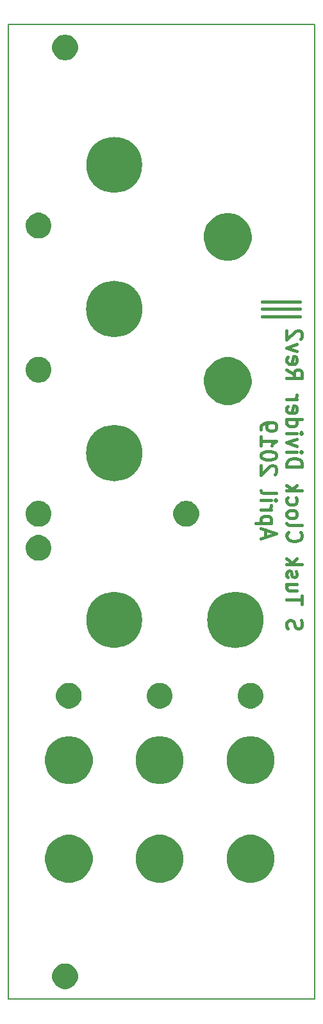
<source format=gbr>
%TF.GenerationSoftware,KiCad,Pcbnew,(5.0.1)-3*%
%TF.CreationDate,2019-04-27T14:44:02+01:00*%
%TF.ProjectId,Fractional clock divider panel,4672616374696F6E616C20636C6F636B,rev?*%
%TF.SameCoordinates,Original*%
%TF.FileFunction,Soldermask,Bot*%
%TF.FilePolarity,Negative*%
%FSLAX46Y46*%
G04 Gerber Fmt 4.6, Leading zero omitted, Abs format (unit mm)*
G04 Created by KiCad (PCBNEW (5.0.1)-3) date 27/04/2019 14:44:02*
%MOMM*%
%LPD*%
G01*
G04 APERTURE LIST*
%ADD10C,0.150000*%
%ADD11C,0.400000*%
%ADD12C,0.100000*%
G04 APERTURE END LIST*
D10*
X51640055Y-94500000D02*
G75*
G03X51640055Y-94500000I-3640055J0D01*
G01*
X35605551Y-94500000D02*
G75*
G03X35605551Y-94500000I-3605551J0D01*
G01*
X35640055Y-72500000D02*
G75*
G03X35640055Y-72500000I-3640055J0D01*
G01*
X35640055Y-53500000D02*
G75*
G03X35640055Y-53500000I-3640055J0D01*
G01*
X35605551Y-34500000D02*
G75*
G03X35605551Y-34500000I-3605551J0D01*
G01*
D11*
X56500000Y-52500000D02*
X51500000Y-52500000D01*
X56500000Y-53500000D02*
X51500000Y-53500000D01*
X56500000Y-54500000D02*
X51500000Y-54500000D01*
X54890476Y-95666666D02*
X54795238Y-95380952D01*
X54795238Y-94904761D01*
X54890476Y-94714285D01*
X54985714Y-94619047D01*
X55176190Y-94523809D01*
X55366666Y-94523809D01*
X55557142Y-94619047D01*
X55652380Y-94714285D01*
X55747619Y-94904761D01*
X55842857Y-95285714D01*
X55938095Y-95476190D01*
X56033333Y-95571428D01*
X56223809Y-95666666D01*
X56414285Y-95666666D01*
X56604761Y-95571428D01*
X56700000Y-95476190D01*
X56795238Y-95285714D01*
X56795238Y-94809523D01*
X56700000Y-94523809D01*
X56795238Y-92428571D02*
X56795238Y-91285714D01*
X54795238Y-91857142D02*
X56795238Y-91857142D01*
X56128571Y-89761904D02*
X54795238Y-89761904D01*
X56128571Y-90619047D02*
X55080952Y-90619047D01*
X54890476Y-90523809D01*
X54795238Y-90333333D01*
X54795238Y-90047619D01*
X54890476Y-89857142D01*
X54985714Y-89761904D01*
X54890476Y-88904761D02*
X54795238Y-88714285D01*
X54795238Y-88333333D01*
X54890476Y-88142857D01*
X55080952Y-88047619D01*
X55176190Y-88047619D01*
X55366666Y-88142857D01*
X55461904Y-88333333D01*
X55461904Y-88619047D01*
X55557142Y-88809523D01*
X55747619Y-88904761D01*
X55842857Y-88904761D01*
X56033333Y-88809523D01*
X56128571Y-88619047D01*
X56128571Y-88333333D01*
X56033333Y-88142857D01*
X54795238Y-87190476D02*
X56795238Y-87190476D01*
X55557142Y-87000000D02*
X54795238Y-86428571D01*
X56128571Y-86428571D02*
X55366666Y-87190476D01*
X54985714Y-82904761D02*
X54890476Y-83000000D01*
X54795238Y-83285714D01*
X54795238Y-83476190D01*
X54890476Y-83761904D01*
X55080952Y-83952380D01*
X55271428Y-84047619D01*
X55652380Y-84142857D01*
X55938095Y-84142857D01*
X56319047Y-84047619D01*
X56509523Y-83952380D01*
X56700000Y-83761904D01*
X56795238Y-83476190D01*
X56795238Y-83285714D01*
X56700000Y-83000000D01*
X56604761Y-82904761D01*
X54795238Y-81761904D02*
X54890476Y-81952380D01*
X55080952Y-82047619D01*
X56795238Y-82047619D01*
X54795238Y-80714285D02*
X54890476Y-80904761D01*
X54985714Y-81000000D01*
X55176190Y-81095238D01*
X55747619Y-81095238D01*
X55938095Y-81000000D01*
X56033333Y-80904761D01*
X56128571Y-80714285D01*
X56128571Y-80428571D01*
X56033333Y-80238095D01*
X55938095Y-80142857D01*
X55747619Y-80047619D01*
X55176190Y-80047619D01*
X54985714Y-80142857D01*
X54890476Y-80238095D01*
X54795238Y-80428571D01*
X54795238Y-80714285D01*
X54890476Y-78333333D02*
X54795238Y-78523809D01*
X54795238Y-78904761D01*
X54890476Y-79095238D01*
X54985714Y-79190476D01*
X55176190Y-79285714D01*
X55747619Y-79285714D01*
X55938095Y-79190476D01*
X56033333Y-79095238D01*
X56128571Y-78904761D01*
X56128571Y-78523809D01*
X56033333Y-78333333D01*
X54795238Y-77476190D02*
X56795238Y-77476190D01*
X55557142Y-77285714D02*
X54795238Y-76714285D01*
X56128571Y-76714285D02*
X55366666Y-77476190D01*
X54795238Y-74333333D02*
X56795238Y-74333333D01*
X56795238Y-73857142D01*
X56700000Y-73571428D01*
X56509523Y-73380952D01*
X56319047Y-73285714D01*
X55938095Y-73190476D01*
X55652380Y-73190476D01*
X55271428Y-73285714D01*
X55080952Y-73380952D01*
X54890476Y-73571428D01*
X54795238Y-73857142D01*
X54795238Y-74333333D01*
X54795238Y-72333333D02*
X56128571Y-72333333D01*
X56795238Y-72333333D02*
X56700000Y-72428571D01*
X56604761Y-72333333D01*
X56700000Y-72238095D01*
X56795238Y-72333333D01*
X56604761Y-72333333D01*
X56128571Y-71571428D02*
X54795238Y-71095238D01*
X56128571Y-70619047D01*
X54795238Y-69857142D02*
X56128571Y-69857142D01*
X56795238Y-69857142D02*
X56700000Y-69952380D01*
X56604761Y-69857142D01*
X56700000Y-69761904D01*
X56795238Y-69857142D01*
X56604761Y-69857142D01*
X54795238Y-68047619D02*
X56795238Y-68047619D01*
X54890476Y-68047619D02*
X54795238Y-68238095D01*
X54795238Y-68619047D01*
X54890476Y-68809523D01*
X54985714Y-68904761D01*
X55176190Y-69000000D01*
X55747619Y-69000000D01*
X55938095Y-68904761D01*
X56033333Y-68809523D01*
X56128571Y-68619047D01*
X56128571Y-68238095D01*
X56033333Y-68047619D01*
X54890476Y-66333333D02*
X54795238Y-66523809D01*
X54795238Y-66904761D01*
X54890476Y-67095238D01*
X55080952Y-67190476D01*
X55842857Y-67190476D01*
X56033333Y-67095238D01*
X56128571Y-66904761D01*
X56128571Y-66523809D01*
X56033333Y-66333333D01*
X55842857Y-66238095D01*
X55652380Y-66238095D01*
X55461904Y-67190476D01*
X54795238Y-65380952D02*
X56128571Y-65380952D01*
X55747619Y-65380952D02*
X55938095Y-65285714D01*
X56033333Y-65190476D01*
X56128571Y-65000000D01*
X56128571Y-64809523D01*
X54795238Y-61476190D02*
X55747619Y-62142857D01*
X54795238Y-62619047D02*
X56795238Y-62619047D01*
X56795238Y-61857142D01*
X56700000Y-61666666D01*
X56604761Y-61571428D01*
X56414285Y-61476190D01*
X56128571Y-61476190D01*
X55938095Y-61571428D01*
X55842857Y-61666666D01*
X55747619Y-61857142D01*
X55747619Y-62619047D01*
X54890476Y-59857142D02*
X54795238Y-60047619D01*
X54795238Y-60428571D01*
X54890476Y-60619047D01*
X55080952Y-60714285D01*
X55842857Y-60714285D01*
X56033333Y-60619047D01*
X56128571Y-60428571D01*
X56128571Y-60047619D01*
X56033333Y-59857142D01*
X55842857Y-59761904D01*
X55652380Y-59761904D01*
X55461904Y-60714285D01*
X56128571Y-59095238D02*
X54795238Y-58619047D01*
X56128571Y-58142857D01*
X56604761Y-57476190D02*
X56700000Y-57380952D01*
X56795238Y-57190476D01*
X56795238Y-56714285D01*
X56700000Y-56523809D01*
X56604761Y-56428571D01*
X56414285Y-56333333D01*
X56223809Y-56333333D01*
X55938095Y-56428571D01*
X54795238Y-57571428D01*
X54795238Y-56333333D01*
X51966666Y-83571428D02*
X51966666Y-82619047D01*
X51395238Y-83761904D02*
X53395238Y-83095238D01*
X51395238Y-82428571D01*
X52728571Y-81761904D02*
X50728571Y-81761904D01*
X52633333Y-81761904D02*
X52728571Y-81571428D01*
X52728571Y-81190476D01*
X52633333Y-81000000D01*
X52538095Y-80904761D01*
X52347619Y-80809523D01*
X51776190Y-80809523D01*
X51585714Y-80904761D01*
X51490476Y-81000000D01*
X51395238Y-81190476D01*
X51395238Y-81571428D01*
X51490476Y-81761904D01*
X51395238Y-79952380D02*
X52728571Y-79952380D01*
X52347619Y-79952380D02*
X52538095Y-79857142D01*
X52633333Y-79761904D01*
X52728571Y-79571428D01*
X52728571Y-79380952D01*
X51395238Y-78714285D02*
X52728571Y-78714285D01*
X53395238Y-78714285D02*
X53300000Y-78809523D01*
X53204761Y-78714285D01*
X53300000Y-78619047D01*
X53395238Y-78714285D01*
X53204761Y-78714285D01*
X51395238Y-77476190D02*
X51490476Y-77666666D01*
X51680952Y-77761904D01*
X53395238Y-77761904D01*
X53204761Y-75285714D02*
X53300000Y-75190476D01*
X53395238Y-75000000D01*
X53395238Y-74523809D01*
X53300000Y-74333333D01*
X53204761Y-74238095D01*
X53014285Y-74142857D01*
X52823809Y-74142857D01*
X52538095Y-74238095D01*
X51395238Y-75380952D01*
X51395238Y-74142857D01*
X53395238Y-72904761D02*
X53395238Y-72714285D01*
X53300000Y-72523809D01*
X53204761Y-72428571D01*
X53014285Y-72333333D01*
X52633333Y-72238095D01*
X52157142Y-72238095D01*
X51776190Y-72333333D01*
X51585714Y-72428571D01*
X51490476Y-72523809D01*
X51395238Y-72714285D01*
X51395238Y-72904761D01*
X51490476Y-73095238D01*
X51585714Y-73190476D01*
X51776190Y-73285714D01*
X52157142Y-73380952D01*
X52633333Y-73380952D01*
X53014285Y-73285714D01*
X53204761Y-73190476D01*
X53300000Y-73095238D01*
X53395238Y-72904761D01*
X51395238Y-70333333D02*
X51395238Y-71476190D01*
X51395238Y-70904761D02*
X53395238Y-70904761D01*
X53109523Y-71095238D01*
X52919047Y-71285714D01*
X52823809Y-71476190D01*
X51395238Y-69380952D02*
X51395238Y-69000000D01*
X51490476Y-68809523D01*
X51585714Y-68714285D01*
X51871428Y-68523809D01*
X52252380Y-68428571D01*
X53014285Y-68428571D01*
X53204761Y-68523809D01*
X53300000Y-68619047D01*
X53395238Y-68809523D01*
X53395238Y-69190476D01*
X53300000Y-69380952D01*
X53204761Y-69476190D01*
X53014285Y-69571428D01*
X52538095Y-69571428D01*
X52347619Y-69476190D01*
X52252380Y-69380952D01*
X52157142Y-69190476D01*
X52157142Y-68809523D01*
X52252380Y-68619047D01*
X52347619Y-68523809D01*
X52538095Y-68428571D01*
D10*
X18000000Y-144500000D02*
X18000000Y-16000000D01*
X58500000Y-144500000D02*
X18000000Y-144500000D01*
X18000000Y-16000000D02*
X58500000Y-16000000D01*
X58500000Y-16000000D02*
X58500000Y-144500000D01*
D12*
G36*
X25996160Y-139864368D02*
X25996162Y-139864369D01*
X25996163Y-139864369D01*
X26110514Y-139911735D01*
X26305726Y-139992594D01*
X26584327Y-140178749D01*
X26821251Y-140415673D01*
X27007406Y-140694274D01*
X27135632Y-141003840D01*
X27201000Y-141332465D01*
X27201000Y-141667535D01*
X27135632Y-141996160D01*
X27007406Y-142305726D01*
X26821251Y-142584327D01*
X26584327Y-142821251D01*
X26305726Y-143007406D01*
X26110514Y-143088265D01*
X25996163Y-143135631D01*
X25996162Y-143135631D01*
X25996160Y-143135632D01*
X25667535Y-143201000D01*
X25332465Y-143201000D01*
X25003840Y-143135632D01*
X25003838Y-143135631D01*
X25003837Y-143135631D01*
X24889486Y-143088265D01*
X24694274Y-143007406D01*
X24415673Y-142821251D01*
X24178749Y-142584327D01*
X23992594Y-142305726D01*
X23864368Y-141996160D01*
X23799000Y-141667535D01*
X23799000Y-141332465D01*
X23864368Y-141003840D01*
X23992594Y-140694274D01*
X24178749Y-140415673D01*
X24415673Y-140178749D01*
X24694274Y-139992594D01*
X24889486Y-139911735D01*
X25003837Y-139864369D01*
X25003838Y-139864369D01*
X25003840Y-139864368D01*
X25332465Y-139799000D01*
X25667535Y-139799000D01*
X25996160Y-139864368D01*
X25996160Y-139864368D01*
G37*
G36*
X50716191Y-122929727D02*
X50919113Y-122970091D01*
X51492558Y-123207620D01*
X52005165Y-123550134D01*
X52008648Y-123552461D01*
X52447539Y-123991352D01*
X52447541Y-123991355D01*
X52792380Y-124507442D01*
X53029909Y-125080887D01*
X53151000Y-125689654D01*
X53151000Y-126310346D01*
X53029909Y-126919113D01*
X52792380Y-127492558D01*
X52449866Y-128005165D01*
X52447539Y-128008648D01*
X52008648Y-128447539D01*
X52008645Y-128447541D01*
X51492558Y-128792380D01*
X50919113Y-129029909D01*
X50716191Y-129070273D01*
X50310348Y-129151000D01*
X49689652Y-129151000D01*
X49283809Y-129070273D01*
X49080887Y-129029909D01*
X48507442Y-128792380D01*
X47991355Y-128447541D01*
X47991352Y-128447539D01*
X47552461Y-128008648D01*
X47550134Y-128005165D01*
X47207620Y-127492558D01*
X46970091Y-126919113D01*
X46849000Y-126310346D01*
X46849000Y-125689654D01*
X46970091Y-125080887D01*
X47207620Y-124507442D01*
X47552459Y-123991355D01*
X47552461Y-123991352D01*
X47991352Y-123552461D01*
X47994835Y-123550134D01*
X48507442Y-123207620D01*
X49080887Y-122970091D01*
X49283809Y-122929727D01*
X49689652Y-122849000D01*
X50310348Y-122849000D01*
X50716191Y-122929727D01*
X50716191Y-122929727D01*
G37*
G36*
X38716191Y-122929727D02*
X38919113Y-122970091D01*
X39492558Y-123207620D01*
X40005165Y-123550134D01*
X40008648Y-123552461D01*
X40447539Y-123991352D01*
X40447541Y-123991355D01*
X40792380Y-124507442D01*
X41029909Y-125080887D01*
X41151000Y-125689654D01*
X41151000Y-126310346D01*
X41029909Y-126919113D01*
X40792380Y-127492558D01*
X40449866Y-128005165D01*
X40447539Y-128008648D01*
X40008648Y-128447539D01*
X40008645Y-128447541D01*
X39492558Y-128792380D01*
X38919113Y-129029909D01*
X38716191Y-129070273D01*
X38310348Y-129151000D01*
X37689652Y-129151000D01*
X37283809Y-129070273D01*
X37080887Y-129029909D01*
X36507442Y-128792380D01*
X35991355Y-128447541D01*
X35991352Y-128447539D01*
X35552461Y-128008648D01*
X35550134Y-128005165D01*
X35207620Y-127492558D01*
X34970091Y-126919113D01*
X34849000Y-126310346D01*
X34849000Y-125689654D01*
X34970091Y-125080887D01*
X35207620Y-124507442D01*
X35552459Y-123991355D01*
X35552461Y-123991352D01*
X35991352Y-123552461D01*
X35994835Y-123550134D01*
X36507442Y-123207620D01*
X37080887Y-122970091D01*
X37283809Y-122929727D01*
X37689652Y-122849000D01*
X38310348Y-122849000D01*
X38716191Y-122929727D01*
X38716191Y-122929727D01*
G37*
G36*
X26716191Y-122929727D02*
X26919113Y-122970091D01*
X27492558Y-123207620D01*
X28005165Y-123550134D01*
X28008648Y-123552461D01*
X28447539Y-123991352D01*
X28447541Y-123991355D01*
X28792380Y-124507442D01*
X29029909Y-125080887D01*
X29151000Y-125689654D01*
X29151000Y-126310346D01*
X29029909Y-126919113D01*
X28792380Y-127492558D01*
X28449866Y-128005165D01*
X28447539Y-128008648D01*
X28008648Y-128447539D01*
X28008645Y-128447541D01*
X27492558Y-128792380D01*
X26919113Y-129029909D01*
X26716191Y-129070273D01*
X26310348Y-129151000D01*
X25689652Y-129151000D01*
X25283809Y-129070273D01*
X25080887Y-129029909D01*
X24507442Y-128792380D01*
X23991355Y-128447541D01*
X23991352Y-128447539D01*
X23552461Y-128008648D01*
X23550134Y-128005165D01*
X23207620Y-127492558D01*
X22970091Y-126919113D01*
X22849000Y-126310346D01*
X22849000Y-125689654D01*
X22970091Y-125080887D01*
X23207620Y-124507442D01*
X23552459Y-123991355D01*
X23552461Y-123991352D01*
X23991352Y-123552461D01*
X23994835Y-123550134D01*
X24507442Y-123207620D01*
X25080887Y-122970091D01*
X25283809Y-122929727D01*
X25689652Y-122849000D01*
X26310348Y-122849000D01*
X26716191Y-122929727D01*
X26716191Y-122929727D01*
G37*
G36*
X38716191Y-109929727D02*
X38919113Y-109970091D01*
X39492558Y-110207620D01*
X40005165Y-110550134D01*
X40008648Y-110552461D01*
X40447539Y-110991352D01*
X40447541Y-110991355D01*
X40792380Y-111507442D01*
X41029909Y-112080887D01*
X41151000Y-112689654D01*
X41151000Y-113310346D01*
X41029909Y-113919113D01*
X40792380Y-114492558D01*
X40449866Y-115005165D01*
X40447539Y-115008648D01*
X40008648Y-115447539D01*
X40008645Y-115447541D01*
X39492558Y-115792380D01*
X38919113Y-116029909D01*
X38716191Y-116070273D01*
X38310348Y-116151000D01*
X37689652Y-116151000D01*
X37283809Y-116070273D01*
X37080887Y-116029909D01*
X36507442Y-115792380D01*
X35991355Y-115447541D01*
X35991352Y-115447539D01*
X35552461Y-115008648D01*
X35550134Y-115005165D01*
X35207620Y-114492558D01*
X34970091Y-113919113D01*
X34849000Y-113310346D01*
X34849000Y-112689654D01*
X34970091Y-112080887D01*
X35207620Y-111507442D01*
X35552459Y-110991355D01*
X35552461Y-110991352D01*
X35991352Y-110552461D01*
X35994835Y-110550134D01*
X36507442Y-110207620D01*
X37080887Y-109970091D01*
X37283809Y-109929727D01*
X37689652Y-109849000D01*
X38310348Y-109849000D01*
X38716191Y-109929727D01*
X38716191Y-109929727D01*
G37*
G36*
X50716191Y-109929727D02*
X50919113Y-109970091D01*
X51492558Y-110207620D01*
X52005165Y-110550134D01*
X52008648Y-110552461D01*
X52447539Y-110991352D01*
X52447541Y-110991355D01*
X52792380Y-111507442D01*
X53029909Y-112080887D01*
X53151000Y-112689654D01*
X53151000Y-113310346D01*
X53029909Y-113919113D01*
X52792380Y-114492558D01*
X52449866Y-115005165D01*
X52447539Y-115008648D01*
X52008648Y-115447539D01*
X52008645Y-115447541D01*
X51492558Y-115792380D01*
X50919113Y-116029909D01*
X50716191Y-116070273D01*
X50310348Y-116151000D01*
X49689652Y-116151000D01*
X49283809Y-116070273D01*
X49080887Y-116029909D01*
X48507442Y-115792380D01*
X47991355Y-115447541D01*
X47991352Y-115447539D01*
X47552461Y-115008648D01*
X47550134Y-115005165D01*
X47207620Y-114492558D01*
X46970091Y-113919113D01*
X46849000Y-113310346D01*
X46849000Y-112689654D01*
X46970091Y-112080887D01*
X47207620Y-111507442D01*
X47552459Y-110991355D01*
X47552461Y-110991352D01*
X47991352Y-110552461D01*
X47994835Y-110550134D01*
X48507442Y-110207620D01*
X49080887Y-109970091D01*
X49283809Y-109929727D01*
X49689652Y-109849000D01*
X50310348Y-109849000D01*
X50716191Y-109929727D01*
X50716191Y-109929727D01*
G37*
G36*
X26716191Y-109929727D02*
X26919113Y-109970091D01*
X27492558Y-110207620D01*
X28005165Y-110550134D01*
X28008648Y-110552461D01*
X28447539Y-110991352D01*
X28447541Y-110991355D01*
X28792380Y-111507442D01*
X29029909Y-112080887D01*
X29151000Y-112689654D01*
X29151000Y-113310346D01*
X29029909Y-113919113D01*
X28792380Y-114492558D01*
X28449866Y-115005165D01*
X28447539Y-115008648D01*
X28008648Y-115447539D01*
X28008645Y-115447541D01*
X27492558Y-115792380D01*
X26919113Y-116029909D01*
X26716191Y-116070273D01*
X26310348Y-116151000D01*
X25689652Y-116151000D01*
X25283809Y-116070273D01*
X25080887Y-116029909D01*
X24507442Y-115792380D01*
X23991355Y-115447541D01*
X23991352Y-115447539D01*
X23552461Y-115008648D01*
X23550134Y-115005165D01*
X23207620Y-114492558D01*
X22970091Y-113919113D01*
X22849000Y-113310346D01*
X22849000Y-112689654D01*
X22970091Y-112080887D01*
X23207620Y-111507442D01*
X23552459Y-110991355D01*
X23552461Y-110991352D01*
X23991352Y-110552461D01*
X23994835Y-110550134D01*
X24507442Y-110207620D01*
X25080887Y-109970091D01*
X25283809Y-109929727D01*
X25689652Y-109849000D01*
X26310348Y-109849000D01*
X26716191Y-109929727D01*
X26716191Y-109929727D01*
G37*
G36*
X50496160Y-102864368D02*
X50496162Y-102864369D01*
X50496163Y-102864369D01*
X50610514Y-102911735D01*
X50805726Y-102992594D01*
X51084327Y-103178749D01*
X51321251Y-103415673D01*
X51507406Y-103694274D01*
X51635632Y-104003840D01*
X51701000Y-104332465D01*
X51701000Y-104667535D01*
X51635632Y-104996160D01*
X51507406Y-105305726D01*
X51321251Y-105584327D01*
X51084327Y-105821251D01*
X50805726Y-106007406D01*
X50610514Y-106088265D01*
X50496163Y-106135631D01*
X50496162Y-106135631D01*
X50496160Y-106135632D01*
X50167535Y-106201000D01*
X49832465Y-106201000D01*
X49503840Y-106135632D01*
X49503838Y-106135631D01*
X49503837Y-106135631D01*
X49389486Y-106088265D01*
X49194274Y-106007406D01*
X48915673Y-105821251D01*
X48678749Y-105584327D01*
X48492594Y-105305726D01*
X48364368Y-104996160D01*
X48299000Y-104667535D01*
X48299000Y-104332465D01*
X48364368Y-104003840D01*
X48492594Y-103694274D01*
X48678749Y-103415673D01*
X48915673Y-103178749D01*
X49194274Y-102992594D01*
X49389486Y-102911735D01*
X49503837Y-102864369D01*
X49503838Y-102864369D01*
X49503840Y-102864368D01*
X49832465Y-102799000D01*
X50167535Y-102799000D01*
X50496160Y-102864368D01*
X50496160Y-102864368D01*
G37*
G36*
X26496160Y-102864368D02*
X26496162Y-102864369D01*
X26496163Y-102864369D01*
X26610514Y-102911735D01*
X26805726Y-102992594D01*
X27084327Y-103178749D01*
X27321251Y-103415673D01*
X27507406Y-103694274D01*
X27635632Y-104003840D01*
X27701000Y-104332465D01*
X27701000Y-104667535D01*
X27635632Y-104996160D01*
X27507406Y-105305726D01*
X27321251Y-105584327D01*
X27084327Y-105821251D01*
X26805726Y-106007406D01*
X26610514Y-106088265D01*
X26496163Y-106135631D01*
X26496162Y-106135631D01*
X26496160Y-106135632D01*
X26167535Y-106201000D01*
X25832465Y-106201000D01*
X25503840Y-106135632D01*
X25503838Y-106135631D01*
X25503837Y-106135631D01*
X25389486Y-106088265D01*
X25194274Y-106007406D01*
X24915673Y-105821251D01*
X24678749Y-105584327D01*
X24492594Y-105305726D01*
X24364368Y-104996160D01*
X24299000Y-104667535D01*
X24299000Y-104332465D01*
X24364368Y-104003840D01*
X24492594Y-103694274D01*
X24678749Y-103415673D01*
X24915673Y-103178749D01*
X25194274Y-102992594D01*
X25389486Y-102911735D01*
X25503837Y-102864369D01*
X25503838Y-102864369D01*
X25503840Y-102864368D01*
X25832465Y-102799000D01*
X26167535Y-102799000D01*
X26496160Y-102864368D01*
X26496160Y-102864368D01*
G37*
G36*
X38496160Y-102864368D02*
X38496162Y-102864369D01*
X38496163Y-102864369D01*
X38610514Y-102911735D01*
X38805726Y-102992594D01*
X39084327Y-103178749D01*
X39321251Y-103415673D01*
X39507406Y-103694274D01*
X39635632Y-104003840D01*
X39701000Y-104332465D01*
X39701000Y-104667535D01*
X39635632Y-104996160D01*
X39507406Y-105305726D01*
X39321251Y-105584327D01*
X39084327Y-105821251D01*
X38805726Y-106007406D01*
X38610514Y-106088265D01*
X38496163Y-106135631D01*
X38496162Y-106135631D01*
X38496160Y-106135632D01*
X38167535Y-106201000D01*
X37832465Y-106201000D01*
X37503840Y-106135632D01*
X37503838Y-106135631D01*
X37503837Y-106135631D01*
X37389486Y-106088265D01*
X37194274Y-106007406D01*
X36915673Y-105821251D01*
X36678749Y-105584327D01*
X36492594Y-105305726D01*
X36364368Y-104996160D01*
X36299000Y-104667535D01*
X36299000Y-104332465D01*
X36364368Y-104003840D01*
X36492594Y-103694274D01*
X36678749Y-103415673D01*
X36915673Y-103178749D01*
X37194274Y-102992594D01*
X37389486Y-102911735D01*
X37503837Y-102864369D01*
X37503838Y-102864369D01*
X37503840Y-102864368D01*
X37832465Y-102799000D01*
X38167535Y-102799000D01*
X38496160Y-102864368D01*
X38496160Y-102864368D01*
G37*
G36*
X32594714Y-90895769D02*
X33064958Y-90989306D01*
X33729397Y-91264525D01*
X34327377Y-91664083D01*
X34835917Y-92172623D01*
X35235475Y-92770603D01*
X35510694Y-93435042D01*
X35651000Y-94140408D01*
X35651000Y-94859592D01*
X35510694Y-95564958D01*
X35235475Y-96229397D01*
X34835917Y-96827377D01*
X34327377Y-97335917D01*
X33729397Y-97735475D01*
X33064958Y-98010694D01*
X32594714Y-98104231D01*
X32359593Y-98151000D01*
X31640407Y-98151000D01*
X31405286Y-98104231D01*
X30935042Y-98010694D01*
X30270603Y-97735475D01*
X29672623Y-97335917D01*
X29164083Y-96827377D01*
X28764525Y-96229397D01*
X28489306Y-95564958D01*
X28349000Y-94859592D01*
X28349000Y-94140408D01*
X28489306Y-93435042D01*
X28764525Y-92770603D01*
X29164083Y-92172623D01*
X29672623Y-91664083D01*
X30270603Y-91264525D01*
X30935042Y-90989306D01*
X31405286Y-90895769D01*
X31640407Y-90849000D01*
X32359593Y-90849000D01*
X32594714Y-90895769D01*
X32594714Y-90895769D01*
G37*
G36*
X48594714Y-90895769D02*
X49064958Y-90989306D01*
X49729397Y-91264525D01*
X50327377Y-91664083D01*
X50835917Y-92172623D01*
X51235475Y-92770603D01*
X51510694Y-93435042D01*
X51651000Y-94140408D01*
X51651000Y-94859592D01*
X51510694Y-95564958D01*
X51235475Y-96229397D01*
X50835917Y-96827377D01*
X50327377Y-97335917D01*
X49729397Y-97735475D01*
X49064958Y-98010694D01*
X48594714Y-98104231D01*
X48359593Y-98151000D01*
X47640407Y-98151000D01*
X47405286Y-98104231D01*
X46935042Y-98010694D01*
X46270603Y-97735475D01*
X45672623Y-97335917D01*
X45164083Y-96827377D01*
X44764525Y-96229397D01*
X44489306Y-95564958D01*
X44349000Y-94859592D01*
X44349000Y-94140408D01*
X44489306Y-93435042D01*
X44764525Y-92770603D01*
X45164083Y-92172623D01*
X45672623Y-91664083D01*
X46270603Y-91264525D01*
X46935042Y-90989306D01*
X47405286Y-90895769D01*
X47640407Y-90849000D01*
X48359593Y-90849000D01*
X48594714Y-90895769D01*
X48594714Y-90895769D01*
G37*
G36*
X22496160Y-83364368D02*
X22496162Y-83364369D01*
X22496163Y-83364369D01*
X22610514Y-83411735D01*
X22805726Y-83492594D01*
X23084327Y-83678749D01*
X23321251Y-83915673D01*
X23507406Y-84194274D01*
X23635632Y-84503840D01*
X23701000Y-84832465D01*
X23701000Y-85167535D01*
X23635632Y-85496160D01*
X23507406Y-85805726D01*
X23321251Y-86084327D01*
X23084327Y-86321251D01*
X22805726Y-86507406D01*
X22610514Y-86588265D01*
X22496163Y-86635631D01*
X22496162Y-86635631D01*
X22496160Y-86635632D01*
X22167535Y-86701000D01*
X21832465Y-86701000D01*
X21503840Y-86635632D01*
X21503838Y-86635631D01*
X21503837Y-86635631D01*
X21389486Y-86588265D01*
X21194274Y-86507406D01*
X20915673Y-86321251D01*
X20678749Y-86084327D01*
X20492594Y-85805726D01*
X20364368Y-85496160D01*
X20299000Y-85167535D01*
X20299000Y-84832465D01*
X20364368Y-84503840D01*
X20492594Y-84194274D01*
X20678749Y-83915673D01*
X20915673Y-83678749D01*
X21194274Y-83492594D01*
X21389486Y-83411735D01*
X21503837Y-83364369D01*
X21503838Y-83364369D01*
X21503840Y-83364368D01*
X21832465Y-83299000D01*
X22167535Y-83299000D01*
X22496160Y-83364368D01*
X22496160Y-83364368D01*
G37*
G36*
X22496160Y-78864368D02*
X22496162Y-78864369D01*
X22496163Y-78864369D01*
X22610514Y-78911735D01*
X22805726Y-78992594D01*
X23084327Y-79178749D01*
X23321251Y-79415673D01*
X23507406Y-79694274D01*
X23635632Y-80003840D01*
X23701000Y-80332465D01*
X23701000Y-80667535D01*
X23635632Y-80996160D01*
X23507406Y-81305726D01*
X23321251Y-81584327D01*
X23084327Y-81821251D01*
X22805726Y-82007406D01*
X22610514Y-82088265D01*
X22496163Y-82135631D01*
X22496162Y-82135631D01*
X22496160Y-82135632D01*
X22167535Y-82201000D01*
X21832465Y-82201000D01*
X21503840Y-82135632D01*
X21503838Y-82135631D01*
X21503837Y-82135631D01*
X21389486Y-82088265D01*
X21194274Y-82007406D01*
X20915673Y-81821251D01*
X20678749Y-81584327D01*
X20492594Y-81305726D01*
X20364368Y-80996160D01*
X20299000Y-80667535D01*
X20299000Y-80332465D01*
X20364368Y-80003840D01*
X20492594Y-79694274D01*
X20678749Y-79415673D01*
X20915673Y-79178749D01*
X21194274Y-78992594D01*
X21389486Y-78911735D01*
X21503837Y-78864369D01*
X21503838Y-78864369D01*
X21503840Y-78864368D01*
X21832465Y-78799000D01*
X22167535Y-78799000D01*
X22496160Y-78864368D01*
X22496160Y-78864368D01*
G37*
G36*
X41996160Y-78864368D02*
X41996162Y-78864369D01*
X41996163Y-78864369D01*
X42110514Y-78911735D01*
X42305726Y-78992594D01*
X42584327Y-79178749D01*
X42821251Y-79415673D01*
X43007406Y-79694274D01*
X43135632Y-80003840D01*
X43201000Y-80332465D01*
X43201000Y-80667535D01*
X43135632Y-80996160D01*
X43007406Y-81305726D01*
X42821251Y-81584327D01*
X42584327Y-81821251D01*
X42305726Y-82007406D01*
X42110514Y-82088265D01*
X41996163Y-82135631D01*
X41996162Y-82135631D01*
X41996160Y-82135632D01*
X41667535Y-82201000D01*
X41332465Y-82201000D01*
X41003840Y-82135632D01*
X41003838Y-82135631D01*
X41003837Y-82135631D01*
X40889486Y-82088265D01*
X40694274Y-82007406D01*
X40415673Y-81821251D01*
X40178749Y-81584327D01*
X39992594Y-81305726D01*
X39864368Y-80996160D01*
X39799000Y-80667535D01*
X39799000Y-80332465D01*
X39864368Y-80003840D01*
X39992594Y-79694274D01*
X40178749Y-79415673D01*
X40415673Y-79178749D01*
X40694274Y-78992594D01*
X40889486Y-78911735D01*
X41003837Y-78864369D01*
X41003838Y-78864369D01*
X41003840Y-78864368D01*
X41332465Y-78799000D01*
X41667535Y-78799000D01*
X41996160Y-78864368D01*
X41996160Y-78864368D01*
G37*
G36*
X32594714Y-68895769D02*
X33064958Y-68989306D01*
X33729397Y-69264525D01*
X34327377Y-69664083D01*
X34835917Y-70172623D01*
X35235475Y-70770603D01*
X35510694Y-71435042D01*
X35651000Y-72140408D01*
X35651000Y-72859592D01*
X35510694Y-73564958D01*
X35235475Y-74229397D01*
X34835917Y-74827377D01*
X34327377Y-75335917D01*
X33729397Y-75735475D01*
X33064958Y-76010694D01*
X32594714Y-76104231D01*
X32359593Y-76151000D01*
X31640407Y-76151000D01*
X31405286Y-76104231D01*
X30935042Y-76010694D01*
X30270603Y-75735475D01*
X29672623Y-75335917D01*
X29164083Y-74827377D01*
X28764525Y-74229397D01*
X28489306Y-73564958D01*
X28349000Y-72859592D01*
X28349000Y-72140408D01*
X28489306Y-71435042D01*
X28764525Y-70770603D01*
X29164083Y-70172623D01*
X29672623Y-69664083D01*
X30270603Y-69264525D01*
X30935042Y-68989306D01*
X31405286Y-68895769D01*
X31640407Y-68849000D01*
X32359593Y-68849000D01*
X32594714Y-68895769D01*
X32594714Y-68895769D01*
G37*
G36*
X47716191Y-59929727D02*
X47919113Y-59970091D01*
X48492558Y-60207620D01*
X48803935Y-60415676D01*
X49008648Y-60552461D01*
X49447539Y-60991352D01*
X49447541Y-60991355D01*
X49792380Y-61507442D01*
X49994815Y-61996163D01*
X50029909Y-62080888D01*
X50130050Y-62584327D01*
X50151000Y-62689654D01*
X50151000Y-63310346D01*
X50029909Y-63919113D01*
X49792380Y-64492558D01*
X49449866Y-65005165D01*
X49447539Y-65008648D01*
X49008648Y-65447539D01*
X49008645Y-65447541D01*
X48492558Y-65792380D01*
X47919113Y-66029909D01*
X47716191Y-66070273D01*
X47310348Y-66151000D01*
X46689652Y-66151000D01*
X46283809Y-66070273D01*
X46080887Y-66029909D01*
X45507442Y-65792380D01*
X44991355Y-65447541D01*
X44991352Y-65447539D01*
X44552461Y-65008648D01*
X44550134Y-65005165D01*
X44207620Y-64492558D01*
X43970091Y-63919113D01*
X43849000Y-63310346D01*
X43849000Y-62689654D01*
X43869951Y-62584327D01*
X43970091Y-62080888D01*
X44005185Y-61996163D01*
X44207620Y-61507442D01*
X44552459Y-60991355D01*
X44552461Y-60991352D01*
X44991352Y-60552461D01*
X45196065Y-60415676D01*
X45507442Y-60207620D01*
X46080887Y-59970091D01*
X46283809Y-59929727D01*
X46689652Y-59849000D01*
X47310348Y-59849000D01*
X47716191Y-59929727D01*
X47716191Y-59929727D01*
G37*
G36*
X22496160Y-59864368D02*
X22496162Y-59864369D01*
X22496163Y-59864369D01*
X22610514Y-59911735D01*
X22805726Y-59992594D01*
X23084327Y-60178749D01*
X23321251Y-60415673D01*
X23507406Y-60694274D01*
X23507406Y-60694275D01*
X23630460Y-60991352D01*
X23635632Y-61003840D01*
X23701000Y-61332465D01*
X23701000Y-61667535D01*
X23635632Y-61996160D01*
X23507406Y-62305726D01*
X23321251Y-62584327D01*
X23084327Y-62821251D01*
X22805726Y-63007406D01*
X22610514Y-63088265D01*
X22496163Y-63135631D01*
X22496162Y-63135631D01*
X22496160Y-63135632D01*
X22167535Y-63201000D01*
X21832465Y-63201000D01*
X21503840Y-63135632D01*
X21503838Y-63135631D01*
X21503837Y-63135631D01*
X21389486Y-63088265D01*
X21194274Y-63007406D01*
X20915673Y-62821251D01*
X20678749Y-62584327D01*
X20492594Y-62305726D01*
X20364368Y-61996160D01*
X20299000Y-61667535D01*
X20299000Y-61332465D01*
X20364368Y-61003840D01*
X20369541Y-60991352D01*
X20492594Y-60694275D01*
X20492594Y-60694274D01*
X20678749Y-60415673D01*
X20915673Y-60178749D01*
X21194274Y-59992594D01*
X21389486Y-59911735D01*
X21503837Y-59864369D01*
X21503838Y-59864369D01*
X21503840Y-59864368D01*
X21832465Y-59799000D01*
X22167535Y-59799000D01*
X22496160Y-59864368D01*
X22496160Y-59864368D01*
G37*
G36*
X32594714Y-49895769D02*
X33064958Y-49989306D01*
X33729397Y-50264525D01*
X34327377Y-50664083D01*
X34835917Y-51172623D01*
X35235475Y-51770603D01*
X35510694Y-52435042D01*
X35651000Y-53140408D01*
X35651000Y-53859592D01*
X35510694Y-54564958D01*
X35235475Y-55229397D01*
X34835917Y-55827377D01*
X34327377Y-56335917D01*
X33729397Y-56735475D01*
X33064958Y-57010694D01*
X32594714Y-57104231D01*
X32359593Y-57151000D01*
X31640407Y-57151000D01*
X31405286Y-57104231D01*
X30935042Y-57010694D01*
X30270603Y-56735475D01*
X29672623Y-56335917D01*
X29164083Y-55827377D01*
X28764525Y-55229397D01*
X28489306Y-54564958D01*
X28349000Y-53859592D01*
X28349000Y-53140408D01*
X28489306Y-52435042D01*
X28764525Y-51770603D01*
X29164083Y-51172623D01*
X29672623Y-50664083D01*
X30270603Y-50264525D01*
X30935042Y-49989306D01*
X31405286Y-49895769D01*
X31640407Y-49849000D01*
X32359593Y-49849000D01*
X32594714Y-49895769D01*
X32594714Y-49895769D01*
G37*
G36*
X47716191Y-40929727D02*
X47919113Y-40970091D01*
X48492558Y-41207620D01*
X48803935Y-41415676D01*
X49008648Y-41552461D01*
X49447539Y-41991352D01*
X49447541Y-41991355D01*
X49792380Y-42507442D01*
X49994815Y-42996163D01*
X50029909Y-43080888D01*
X50130050Y-43584327D01*
X50151000Y-43689654D01*
X50151000Y-44310346D01*
X50029909Y-44919113D01*
X49792380Y-45492558D01*
X49449866Y-46005165D01*
X49447539Y-46008648D01*
X49008648Y-46447539D01*
X49008645Y-46447541D01*
X48492558Y-46792380D01*
X47919113Y-47029909D01*
X47716191Y-47070273D01*
X47310348Y-47151000D01*
X46689652Y-47151000D01*
X46283809Y-47070273D01*
X46080887Y-47029909D01*
X45507442Y-46792380D01*
X44991355Y-46447541D01*
X44991352Y-46447539D01*
X44552461Y-46008648D01*
X44550134Y-46005165D01*
X44207620Y-45492558D01*
X43970091Y-44919113D01*
X43849000Y-44310346D01*
X43849000Y-43689654D01*
X43869951Y-43584327D01*
X43970091Y-43080888D01*
X44005185Y-42996163D01*
X44207620Y-42507442D01*
X44552459Y-41991355D01*
X44552461Y-41991352D01*
X44991352Y-41552461D01*
X45196065Y-41415676D01*
X45507442Y-41207620D01*
X46080887Y-40970091D01*
X46283809Y-40929727D01*
X46689652Y-40849000D01*
X47310348Y-40849000D01*
X47716191Y-40929727D01*
X47716191Y-40929727D01*
G37*
G36*
X22496160Y-40864368D02*
X22496162Y-40864369D01*
X22496163Y-40864369D01*
X22610514Y-40911735D01*
X22805726Y-40992594D01*
X23084327Y-41178749D01*
X23321251Y-41415673D01*
X23507406Y-41694274D01*
X23507406Y-41694275D01*
X23630460Y-41991352D01*
X23635632Y-42003840D01*
X23701000Y-42332465D01*
X23701000Y-42667535D01*
X23635632Y-42996160D01*
X23507406Y-43305726D01*
X23321251Y-43584327D01*
X23084327Y-43821251D01*
X22805726Y-44007406D01*
X22610514Y-44088265D01*
X22496163Y-44135631D01*
X22496162Y-44135631D01*
X22496160Y-44135632D01*
X22167535Y-44201000D01*
X21832465Y-44201000D01*
X21503840Y-44135632D01*
X21503838Y-44135631D01*
X21503837Y-44135631D01*
X21389486Y-44088265D01*
X21194274Y-44007406D01*
X20915673Y-43821251D01*
X20678749Y-43584327D01*
X20492594Y-43305726D01*
X20364368Y-42996160D01*
X20299000Y-42667535D01*
X20299000Y-42332465D01*
X20364368Y-42003840D01*
X20369541Y-41991352D01*
X20492594Y-41694275D01*
X20492594Y-41694274D01*
X20678749Y-41415673D01*
X20915673Y-41178749D01*
X21194274Y-40992594D01*
X21389486Y-40911735D01*
X21503837Y-40864369D01*
X21503838Y-40864369D01*
X21503840Y-40864368D01*
X21832465Y-40799000D01*
X22167535Y-40799000D01*
X22496160Y-40864368D01*
X22496160Y-40864368D01*
G37*
G36*
X32594714Y-30895769D02*
X33064958Y-30989306D01*
X33729397Y-31264525D01*
X34327377Y-31664083D01*
X34835917Y-32172623D01*
X35235475Y-32770603D01*
X35510694Y-33435042D01*
X35651000Y-34140408D01*
X35651000Y-34859592D01*
X35510694Y-35564958D01*
X35235475Y-36229397D01*
X34835917Y-36827377D01*
X34327377Y-37335917D01*
X33729397Y-37735475D01*
X33064958Y-38010694D01*
X32594714Y-38104231D01*
X32359593Y-38151000D01*
X31640407Y-38151000D01*
X31405286Y-38104231D01*
X30935042Y-38010694D01*
X30270603Y-37735475D01*
X29672623Y-37335917D01*
X29164083Y-36827377D01*
X28764525Y-36229397D01*
X28489306Y-35564958D01*
X28349000Y-34859592D01*
X28349000Y-34140408D01*
X28489306Y-33435042D01*
X28764525Y-32770603D01*
X29164083Y-32172623D01*
X29672623Y-31664083D01*
X30270603Y-31264525D01*
X30935042Y-30989306D01*
X31405286Y-30895769D01*
X31640407Y-30849000D01*
X32359593Y-30849000D01*
X32594714Y-30895769D01*
X32594714Y-30895769D01*
G37*
G36*
X25996160Y-17364368D02*
X25996162Y-17364369D01*
X25996163Y-17364369D01*
X26110514Y-17411735D01*
X26305726Y-17492594D01*
X26584327Y-17678749D01*
X26821251Y-17915673D01*
X27007406Y-18194274D01*
X27135632Y-18503840D01*
X27201000Y-18832465D01*
X27201000Y-19167535D01*
X27135632Y-19496160D01*
X27007406Y-19805726D01*
X26821251Y-20084327D01*
X26584327Y-20321251D01*
X26305726Y-20507406D01*
X26110514Y-20588265D01*
X25996163Y-20635631D01*
X25996162Y-20635631D01*
X25996160Y-20635632D01*
X25667535Y-20701000D01*
X25332465Y-20701000D01*
X25003840Y-20635632D01*
X25003838Y-20635631D01*
X25003837Y-20635631D01*
X24889486Y-20588265D01*
X24694274Y-20507406D01*
X24415673Y-20321251D01*
X24178749Y-20084327D01*
X23992594Y-19805726D01*
X23864368Y-19496160D01*
X23799000Y-19167535D01*
X23799000Y-18832465D01*
X23864368Y-18503840D01*
X23992594Y-18194274D01*
X24178749Y-17915673D01*
X24415673Y-17678749D01*
X24694274Y-17492594D01*
X24889486Y-17411735D01*
X25003837Y-17364369D01*
X25003838Y-17364369D01*
X25003840Y-17364368D01*
X25332465Y-17299000D01*
X25667535Y-17299000D01*
X25996160Y-17364368D01*
X25996160Y-17364368D01*
G37*
M02*

</source>
